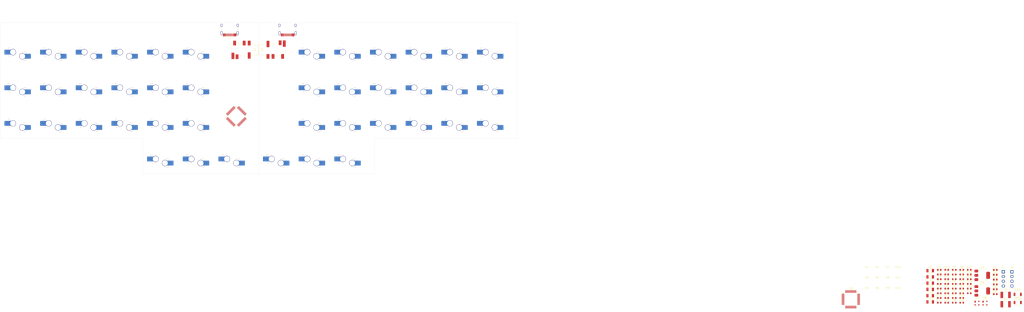
<source format=kicad_pcb>
(kicad_pcb (version 20241229) (generator "pcbnew") (generator_version "9.0")
  (layers (0 "F.Cu" signal) (2 "B.Cu" signal) (13 "F.Paste" user) (15 "B.Paste" user) (5 "F.SilkS" user "F.Silkscreen") (7 "B.SilkS" user "B.Silkscreen") (1 "F.Mask" user) (3 "B.Mask" user) (25 "Edge.Cuts" user))
  (net 0 "")
  (net 1 "GND-L")
  (net 2 "+3.3V-L")
  (net 3 "/NRST-L")
  (net 4 "GND-R")
  (net 5 "/NRST-R")
  (net 6 "+3.3V-R")
  (net 7 "VBUS")
  (net 8 "VBUS-R")
  (net 9 "Net-(D1-A)")
  (net 10 "Net-(D2-A)")
  (net 11 "Net-(D3-A)")
  (net 12 "Net-(D4-A)")
  (net 13 "Net-(D5-A)")
  (net 14 "Net-(D6-A)")
  (net 15 "/VBUSNF-L")
  (net 16 "/VBUSNF-R")
  (net 17 "SWCLK-L")
  (net 18 "SWDIO-L")
  (net 19 "RX-L")
  (net 20 "TX-L")
  (net 21 "/PFLD+")
  (net 23 "/PFLD-")
  (net 24 "/CC2_L")
  (net 26 "/CC_1_L")
  (net 27 "RX-R")
  (net 28 "TX-R")
  (net 29 "Net-(J5-CC1)")
  (net 30 "/PFRD+")
  (net 31 "/PFRD-")
  (net 33 "Net-(J5-CC2)")
  (net 35 "SWCLK-R")
  (net 36 "SWDIO-R")
  (net 37 "boot0-L")
  (net 38 "boot0-R")
  (net 39 "D+")
  (net 40 "D-")
  (net 41 "R-D+")
  (net 42 "R-D-")
  (net 43 "Net-(R11-Pad2)")
  (net 44 "L1-L")
  (net 45 "Net-(R13-Pad2)")
  (net 46 "L2-L")
  (net 47 "Net-(R15-Pad2)")
  (net 48 "L3-L")
  (net 49 "L1-R")
  (net 50 "Net-(R17-Pad2)")
  (net 51 "L2-R")
  (net 52 "Net-(R18-Pad2)")
  (net 53 "L3-R")
  (net 54 "Net-(R19-Pad2)")
  (net 55 "K_ESC")
  (net 56 "K_A")
  (net 57 "K_Q")
  (net 58 "K_Z")
  (net 59 "K_W")
  (net 60 "K_S")
  (net 61 "K_X")
  (net 62 "K_E ")
  (net 63 "K_D")
  (net 64 "K_C")
  (net 65 "K_R")
  (net 66 "K_F")
  (net 67 "K_V")
  (net 68 "K_T")
  (net 69 "K_G")
  (net 70 "K_B")
  (net 71 "K_CTRL")
  (net 72 "K_SP")
  (net 73 "K_ALT")
  (net 74 "K_SF")
  (net 75 "K_SU")
  (net 76 "K_RESC")
  (net 77 "K_O")
  (net 78 "K_L")
  (net 79 "K_>")
  (net 80 "K_P")
  (net 81 "K_:")
  (net 82 "K_?")
  (net 83 "K_Y")
  (net 84 "K_H")
  (net 85 "K_N")
  (net 86 "K_TAB")
  (net 87 "K_DEL")
  (net 91 "K_U")
  (net 92 "K_J")
  (net 93 "K_M")
  (net 94 "K_RSP")
  (net 96 "K_I")
  (net 97 "K_K")
  (net 98 "K_<")
  (net 101 "K_FN2")
  (net 102 "K_RFN2")
  (footprint "Capacitor_SMD:C_1206_3216Metric" (layer "F.Cu") (at 527.575 176.0525)
    (property "Reference" "C7")
    (property "Value" "4.7u")
  )
  (footprint "Capacitor_SMD:C_0603_1608Metric" (layer "F.Cu") (at 536.415 187.3425)
    (property "Reference" "C23")
    (property "Value" "100n")
  )
  (footprint "Connector_PinHeader_2.54mm:PinHeader_1x04_P2.54mm_Vertical" (layer "F.Cu") (at 571.235 173.3225)
    (property "Reference" "J6")
    (property "Value" "Conn_01x04_Pin")
  )
  (footprint "MountingHole:MountingHole_2mm" (layer "F.Cu") (at 504.735 173.8025)
    (property "Reference" "H7")
    (property "Value" "MountingHole")
  )
  (footprint "MountingHole:MountingHole_2mm" (layer "F.Cu") (at 510.285 173.8025)
    (property "Reference" "H10")
    (property "Value" "MountingHole")
  )
  (footprint "Resistor_SMD:R_0603_1608Metric" (layer "F.Cu") (at 544.435 184.8325)
    (property "Reference" "R14")
    (property "Value" "22")
  )
  (footprint "Package_QFP:LQFP-48_7x7mm_P0.5mm" (layer "F.Cu") (at 485.185 188.0525)
    (property "Reference" "U5")
    (property "Value" "STM32F072CBTx")
  )
  (footprint "Capacitor_SMD:C_0603_1608Metric" (layer "F.Cu") (at 536.415 184.8325)
    (property "Reference" "C22")
    (property "Value" "22u")
  )
  (footprint "PCM_marbastlib-various:USB_C_Receptacle_HRO_TYPE-C-31-M-12" (layer "F.Cu") (at 184.309375 42.5375 180)
    (property "Reference" "J5" (hide yes))
    (property "Value" "USB_C_Receptacle_USB2.0_16P" (hide yes))
  )
  (footprint "MountingHole:MountingHole_2mm" (layer "F.Cu") (at 499.185 184.9025)
    (property "Reference" "H6")
    (property "Value" "MountingHole")
  )
  (footprint "Resistor_SMD:R_0603_1608Metric" (layer "F.Cu") (at 540.425 174.7925)
    (property "Reference" "R2")
    (property "Value" "5.1k")
  )
  (footprint "Capacitor_SMD:C_0603_1608Metric" (layer "F.Cu") (at 536.415 182.3225)
    (property "Reference" "C21")
    (property "Value" "22u")
  )
  (footprint "Capacitor_SMD:C_0603_1608Metric" (layer "F.Cu") (at 532.405 177.3025)
    (property "Reference" "C3")
    (property "Value" "100n")
  )
  (footprint "Package_QFP:LQFP-48_7x7mm_P0.5mm" (layer "F.Cu") (at 156.925 90.1625 45)
    (property "Reference" "U4" (hide yes))
    (property "Value" "STM32F072CBTx" (hide yes))
  )
  (footprint "Resistor_SMD:R_0603_1608Metric" (layer "F.Cu") (at 544.435 179.8125)
    (property "Reference" "R12")
    (property "Value" "22")
  )
  (footprint "Capacitor_SMD:C_0603_1608Metric" (layer "F.Cu") (at 536.415 177.3025)
    (property "Reference" "C15")
    (property "Value" "100n")
  )
  (footprint "Capacitor_SMD:C_0603_1608Metric" (layer "F.Cu") (at 536.415 174.7925)
    (property "Reference" "C14")
    (property "Value" "100n")
  )
  (footprint "Resistor_SMD:R_0603_1608Metric" (layer "F.Cu") (at 544.435 174.7925)
    (property "Reference" "R10")
    (property "Value" "22")
  )
  (footprint "Resistor_SMD:R_0603_1608Metric" (layer "F.Cu") (at 548.445 172.2825)
    (property "Reference" "R17")
    (property "Value" "22")
  )
  (footprint "Resistor_SMD:R_0603_1608Metric" (layer "F.Cu") (at 544.435 187.3425)
    (property "Reference" "R15")
    (property "Value" "22")
  )
  (footprint "LED_SMD:LED_0603_1608Metric" (layer "F.Cu") (at 562.345 185.2725)
    (property "Reference" "D6")
    (property "Value" "LED_Small")
  )
  (footprint "Capacitor_SMD:C_0603_1608Metric" (layer "F.Cu") (at 532.405 182.3225)
    (property "Reference" "C8")
    (property "Value" "100n")
  )
  (footprint "Capacitor_SMD:C_0603_1608Metric" (layer "F.Cu") (at 536.415 189.8525)
    (property "Reference" "C24")
    (property "Value" "100n")
  )
  (footprint "Capacitor_SMD:C_0603_1608Metric" (layer "F.Cu") (at 532.405 184.8325)
    (property "Reference" "C9")
    (property "Value" "100n")
  )
  (footprint "Capacitor_SMD:C_1206_3216Metric" (layer "F.Cu") (at 527.575 189.4525)
    (property "Reference" "C20")
    (property "Value" "4.7u")
  )
  (footprint "Connector_Audio:Jack_3.5mm_PJ31060-I_Horizontal" (layer "F.Cu") (at 159.465 54.6025 -90)
    (property "Reference" "J2")
    (property "Value" "AudioJack4" (hide yes))
  )
  (footprint "Capacitor_SMD:C_1812_4532Metric" (layer "F.Cu") (at 567.875 190.6625)
    (property "Reference" "F2")
    (property "Value" "Polyfuse")
  )
  (footprint "Resistor_SMD:R_0603_1608Metric" (layer "F.Cu") (at 548.445 182.3225)
    (property "Reference" "R21")
    (property "Value" "22")
  )
  (footprint "Button_Switch_SMD:SW_SPST_B3U-1000P" (layer "F.Cu") (at 574.325 189.7625)
    (property "Reference" "SW51")
    (property "Value" "SW_Push")
  )
  (footprint "Capacitor_SMD:C_0603_1608Metric" (layer "F.Cu") (at 536.415 179.8125)
    (property "Reference" "C16")
    (property "Value" "100n")
  )
  (footprint "Capacitor_SMD:C_0603_1608Metric" (layer "F.Cu") (at 536.415 172.2825)
    (property "Reference" "C12")
    (property "Value" "22u")
  )
  (footprint "PCM_marbastlib-various:USB_C_Receptacle_HRO_TYPE-C-31-M-12" (layer "F.Cu") (at 153.353125 42.5375 180)
    (property "Reference" "J3")
    (property "Value" "USB_C_Receptacle_USB2.0_16P" (hide yes))
  )
  (footprint "Capacitor_SMD:C_0603_1608Metric" (layer "F.Cu") (at 532.405 179.8125)
    (property "Reference" "C4")
    (property "Value" "100n")
  )
  (footprint "MountingHole:MountingHole_2mm" (layer "F.Cu") (at 499.185 179.3525)
    (property "Reference" "H5")
    (property "Value" "MountingHole")
  )
  (footprint "LED_SMD:LED_0603_1608Metric" (layer "F.Cu") (at 562.345 182.6825)
    (property "Reference" "D5")
    (property "Value" "LED_Small")
  )
  (footprint "Resistor_SMD:R_0603_1608Metric" (layer "F.Cu") (at 544.435 172.2825)
    (property "Reference" "R9")
    (property "Value" "22")
  )
  (footprint "Capacitor_SMD:C_1812_4532Metric" (layer "F.Cu") (at 567.875 185.7125)
    (property "Reference" "F1")
    (property "Value" "Polyfuse")
  )
  (footprint "Resistor_SMD:R_0603_1608Metric" (layer "F.Cu") (at 540.425 189.8525)
    (property "Reference" "R8")
    (property "Value" "22")
  )
  (footprint "MountingHole:MountingHole_2mm" (layer "F.Cu") (at 493.635 173.8025)
    (property "Reference" "H1")
    (property "Value" "MountingHole")
  )
  (footprint "Resistor_SMD:R_0603_1608Metric" (layer "F.Cu") (at 544.435 182.3225)
    (property "Reference" "R13")
    (property "Value" "22")
  )
  (footprint "Capacitor_SMD:C_0603_1608Metric" (layer "F.Cu") (at 532.405 172.2825)
    (property "Reference" "C1")
    (property "Value" "100n")
  )
  (footprint "MountingHole:MountingHole_2mm" (layer "F.Cu") (at 493.635 184.9025)
    (property "Reference" "H3")
    (property "Value" "MountingHole")
  )
  (footprint "LED_SMD:LED_0603_1608Metric" (layer "F.Cu") (at 562.345 180.0925)
    (property "Reference" "D4")
    (property "Value" "LED_Small")
  )
  (footprint "Resistor_SMD:R_0603_1608Metric" (layer "F.Cu") (at 540.425 182.3225)
    (property "Reference" "R5")
    (property "Value" "5.1k")
  )
  (footprint "MountingHole:MountingHole_2mm" (layer "F.Cu") (at 510.285 184.9025)
    (property "Reference" "H12")
    (property "Value" "MountingHole")
  )
  (footprint "Capacitor_SMD:C_0603_1608Metric" (layer "F.Cu") (at 532.405 187.3425)
    (property "Reference" "C10")
    (property "Value" "100n")
  )
  (footprint "Resistor_SMD:R_0603_1608Metric" (layer "F.Cu") (at 540.425 179.8125)
    (property "Reference" "R4")
    (property "Value" "5.1k")
  )
  (footprint "Button_Switch_SMD:SW_SPST_B3U-1000P" (layer "F.Cu") (at 574.325 185.4125)
    (property "Reference" "SW1")
    (property "Value" "SW_Push")
  )
  (footprint "Resistor_SMD:R_0603_1608Metric" (layer "F.Cu") (at 540.425 172.2825)
    (property "Reference" "R1")
    (property "Value" "10k")
  )
  (footprint "Capacitor_SMD:C_1206_3216Metric" (layer "F.Cu") (at 527.575 179.4025)
    (property "Reference" "C13")
    (property "Value" "4.7u")
  )
  (footprint "LED_SMD:LED_0603_1608Metric" (layer "F.Cu") (at 562.345 174.9125)
    (property "Reference" "D2")
    (property "Value" "LED_Small")
  )
  (footprint "MountingHole:MountingHole_2mm" (layer "F.Cu") (at 504.735 184.9025)
    (property "Reference" "H9")
    (property "Value" "MountingHole")
  )
  (footprint "Resistor_SMD:R_0603_1608Metric" (layer "F.Cu") (at 544.435 177.3025)
    (property "Reference" "R11")
    (property "Value" "22")
  )
  (footprint "MountingHole:MountingHole_2mm" (layer "F.Cu") (at 499.185 173.8025)
    (property "Reference" "H4")
    (property "Value" "MountingHole")
  )
  (footprint "Resistor_SMD:R_0603_1608Metric" (layer "F.Cu") (at 548.445 179.8125)
    (property "Reference" "R20")
    (property "Value" "22")
  )
  (footprint "Capacitor_SMD:C_0603_1608Metric" (layer "F.Cu") (at 532.405 189.8525)
    (property "Reference" "C11")
    (property "Value" "22u")
  )
  (footprint "Resistor_SMD:R_0603_1608Metric" (layer "F.Cu") (at 544.435 189.8525)
    (property "Reference" "R16")
    (property "Value" "22")
  )
  (footprint "MountingHole:MountingHole_2mm" (layer "F.Cu") (at 493.635 179.3525)
    (property "Reference" "H2")
    (property "Value" "MountingHole")
  )
  (footprint "Package_TO_SOT_SMD:SOT-223-3_TabPin2" (layer "F.Cu") (at 555.375 183.5525)
    (property "Reference" "U6")
    (property "Value" "AMS1117-3.3")
  )
  (footprint "Capacitor_SMD:C_1206_3216Metric" (layer "F.Cu") (at 527.575 172.7025)
    (property "Reference" "C6")
    (property "Value" "4.7u")
  )
  (footprint "Connector_PinHeader_2.54mm:PinHeader_1x04_P2.54mm_Vertical" (layer "F.Cu") (at 566.645 173.3225)
    (property "Reference" "J1")
    (property "Value" "Conn_01x04_Pin")
  )
  (footprint "Package_TO_SOT_SMD:SOT-143" (layer "F.Cu") (at 556.825 190.0775)
    (property "Reference" "D8")
    (property "Value" "PRTR5V0U2X")
  )
  (footprint "LED_SMD:LED_0603_1608Metric" (layer "F.Cu") (at 562.345 177.5025)
    (property "Reference" "D3")
    (property "Value" "LED_Small")
  )
  (footprint "MountingHole:MountingHole_2mm" (layer "F.Cu") (at 504.735 179.3525)
    (property "Reference" "H8")
    (property "Value" "MountingHole")
  )
  (footprint "Connector_Audio:Jack_3.5mm_PJ31060-I_Horizontal" (layer "F.Cu") (at 178.1975 54.44375 90)
    (property "Reference" "J4")
    (property "Value" "AudioJack4" (hide yes))
  )
  (footprint "Capacitor_SMD:C_1206_3216Metric" (layer "F.Cu") (at 527.575 186.1025)
    (property "Reference" "C19")
    (property "Value" "4.7u")
  )
  (footprint "Resistor_SMD:R_0603_1608Metric" (layer "F.Cu") (at 548.445 174.7925)
    (property "Reference" "R18")
    (property "Value" "22")
  )
  (footprint "Resistor_SMD:R_0603_1608Metric" (layer "F.Cu") (at 540.425 184.8325)
    (property "Reference" "R6")
    (property "Value" "10k")
  )
  (footprint "LED_SMD:LED_0603_1608Metric" (layer "F.Cu") (at 562.345 172.3225)
    (property "Reference" "D1")
    (property "Value" "LED_Small")
  )
  (footprint "Resistor_SMD:R_0603_1608Metric" (layer "F.Cu") (at 548.445 177.3025)
    (property "Reference" "R19")
    (property "Value" "22")
  )
  (footprint "MountingHole:MountingHole_2mm" (layer "F.Cu") (at 510.285 179.3525)
    (property "Reference" "H11")
    (property "Value" "MountingHole")
  )
  (footprint "Capacitor_SMD:C_0603_1608Metric" (layer "F.Cu") (at 532.405 174.7925)
    (property "Reference" "C2")
    (property "Value" "100n")
  )
  (footprint "Package_TO_SOT_SMD:SOT-143" (layer "F.Cu") (at 552.575 190.0775)
    (property "Reference" "D7")
    (property "Value" "PRTR5V0U2X")
  )
  (footprint "Resistor_SMD:R_0603_1608Metric" (layer "F.Cu") (at 540.425 177.3025)
    (property "Reference" "R3")
    (property "Value" "5.1k")
  )
  (footprint "Resistor_SMD:R_0603_1608Metric" (layer "F.Cu") (at 540.425 187.3425)
    (property "Reference" "R7")
    (property "Value" "22")
  )
  (footprint "Package_TO_SOT_SMD:SOT-223-3_TabPin2" (layer "F.Cu") (at 555.375 175.2275)
    (property "Reference" "U2")
    (property "Value" "AMS1117-3.3")
  )
  (footprint "Resistor_SMD:R_0603_1608Metric" (layer "F.Cu") (at 548.445 184.8325)
    (property "Reference" "R22")
    (property "Value" "22")
  )
  (footprint "Capacitor_SMD:C_1206_3216Metric" (layer "F.Cu") (at 527.575 182.7525)
    (property "Reference" "C18")
    (property "Value" "4.7u")
  )
  (footprint "PCM_marbastlib-choc:SW_choc_v1_HS_CPG135001S30_1u" (layer "B.Cu") (at 295.0375 71.1125 180)
    (property "Reference" "SW26" (hide yes))
    (property "Value" "SW_Push_45deg" (hide yes))
  )
  (footprint "PCM_marbastlib-choc:SW_choc_v1_HS_CPG135001S30_1u" (layer "B.Cu") (at 118.825 90.1625 180)
    (property "Reference" "SW15" (hide yes))
    (property "Value" "SW_Push_45deg" (hide yes))
  )
  (footprint "PCM_marbastlib-choc:SW_choc_v1_HS_CPG135001S30_1u" (layer "B.Cu") (at 199.7875 109.2125 180)
    (property "Reference" "SW42" (hide yes))
    (property "Value" "SW_Push_45deg" (hide yes))
  )
  (footprint "PCM_marbastlib-choc:SW_choc_v1_HS_CPG135001S30_1u" (layer "B.Cu") (at 99.775 71.1125 180)
    (property "Reference" "SW11" (hide yes))
    (property "Value" "SW_Push_45deg" (hide yes))
  )
  (footprint "PCM_marbastlib-choc:SW_choc_v1_HS_CPG135001S30_1u" (layer "B.Cu") (at 295.0375 52.0625 180)
    (property "Reference" "SW22" (hide yes))
    (property "Value" "SW_Push_45deg" (hide yes))
  )
  (footprint "PCM_marbastlib-choc:SW_choc_v1_HS_CPG135001S30_1u" (layer "B.Cu") (at 199.7875 52.0625 180)
    (property "Reference" "SW33" (hide yes))
    (property "Value" "SW_Push_45deg" (hide yes))
  )
  (footprint "PCM_marbastlib-choc:SW_choc_v1_HS_CPG135001S30_1u" (layer "B.Cu") (at 61.675 71.1125 180)
    (property "Reference" "SW4" (hide yes))
    (property "Value" "SW_Push_45deg" (hide yes))
  )
  (footprint "PCM_marbastlib-choc:SW_choc_v1_HS_CPG135001S30_1u" (layer "B.Cu") (at 275.9875 52.0625 180)
    (property "Reference" "SW30" (hide yes))
    (property "Value" "SW_Push_45deg" (hide yes))
  )
  (footprint "PCM_marbastlib-choc:SW_choc_v1_HS_CPG135001S30_1u" (layer "B.Cu") (at 256.9375 52.0625 180)
    (property "Reference" "SW27" (hide yes))
    (property "Value" "SW_Push_45deg" (hide yes))
  )
  (footprint "PCM_marbastlib-choc:SW_choc_v1_HS_CPG135001S30_1u" (layer "B.Cu") (at 256.9375 71.1125 180)
    (property "Reference" "SW28" (hide yes))
    (property "Value" "SW_Push_45deg" (hide yes))
  )
  (footprint "PCM_marbastlib-choc:SW_choc_v1_HS_CPG135001S30_1u" (layer "B.Cu") (at 218.8375 71.1125 180)
    (property "Reference" "SW40" (hide yes))
    (property "Value" "SW_Push_45deg" (hide yes))
  )
  (footprint "PCM_marbastlib-choc:SW_choc_v1_HS_CPG135001S30_1u" (layer "B.Cu") (at 137.875 109.2125 180)
    (property "Reference" "SW20" (hide yes))
    (property "Value" "SW_Push_45deg" (hide yes))
  )
  (footprint "PCM_marbastlib-choc:SW_choc_v1_HS_CPG135001S30_1u" (layer "B.Cu") (at 237.8875 71.1125 180)
    (property "Reference" "SW45" (hide yes))
    (property "Value" "SW_Push_45deg" (hide yes))
  )
  (footprint "PCM_marbastlib-choc:SW_choc_v1_HS_CPG135001S30_1u" (layer "B.Cu") (at 99.775 90.1625 180)
    (property "Reference" "SW12" (hide yes))
    (property "Value" "SW_Push_45deg" (hide yes))
  )
  (footprint "PCM_marbastlib-choc:SW_choc_v1_HS_CPG135001S30_1u" (layer "B.Cu") (at 156.925 109.2125 180)
    (property "Reference" "SW21" (hide yes))
    (property "Value" "SW_Push_45deg" (hide yes))
  )
  (footprint "PCM_marbastlib-choc:SW_choc_v1_HS_CPG135001S30_1u" (layer "B.Cu") (at 80.725 71.1125 180)
    (property "Reference" "SW8" (hide yes))
    (property "Value" "SW_Push_45deg" (hide yes))
  )
  (footprint "PCM_marbastlib-choc:SW_choc_v1_HS_CPG135001S30_1u" (layer "B.Cu") (at 42.625 90.1625 180)
    (property "Reference" "SW49" (hide yes))
    (property "Value" "SW_Push_45deg" (hide yes))
  )
  (footprint "PCM_marbastlib-choc:SW_choc_v1_HS_CPG135001S30_1u" (layer "B.Cu") (at 218.8375 109.2125 180)
    (property "Reference" "SW48" (hide yes))
    (property "Value" "SW_Push_45deg" (hide yes))
  )
  (footprint "PCM_marbastlib-choc:SW_choc_v1_HS_CPG135001S30_1u" (layer "B.Cu") (at 118.825 52.0625 180)
    (property "Reference" "SW13" (hide yes))
    (property "Value" "SW_Push_45deg" (hide yes))
  )
  (footprint "PCM_marbastlib-choc:SW_choc_v1_HS_CPG135001S30_1u" (layer "B.Cu") (at 42.625 71.1125 180)
    (property "Reference" "SW3" (hide yes))
    (property "Value" "SW_Push_45deg" (hide yes))
  )
  (footprint "PCM_marbastlib-choc:SW_choc_v1_HS_CPG135001S30_1u" (layer "B.Cu") (at 137.875 71.1125 180)
    (property "Reference" "SW17" (hide yes))
    (property "Value" "SW_Push_45deg" (hide yes))
  )
  (footprint "PCM_marbastlib-choc:SW_choc_v1_HS_CPG135001S30_1u" (layer "B.Cu") (at 199.7875 71.1125 180)
    (property "Reference" "SW34" (hide yes))
    (property "Value" "SW_Push_45deg" (hide yes))
  )
  (footprint "PCM_marbastlib-choc:SW_choc_v1_HS_CPG135001S30_1u" (layer "B.Cu") (at 199.7875 90.1625 180)
    (property "Reference" "SW35" (hide yes))
    (property "Value" "SW_Push_45deg" (hide yes))
  )
  (footprint "PCM_marbastlib-choc:SW_choc_v1_HS_CPG135001S30_1u" (layer "B.Cu") (at 295.0375 90.1625 180)
    (property "Reference" "SW50" (hide yes))
    (property "Value" "SW_Push_45deg" (hide yes))
  )
  (footprint "PCM_marbastlib-choc:SW_choc_v1_HS_CPG135001S30_1u" (layer "B.Cu") (at 275.9875 90.1625 180)
    (property "Reference" "SW32" (hide yes))
    (property "Value" "SW_Push_45deg" (hide yes))
  )
  (footprint "PCM_marbastlib-choc:SW_choc_v1_HS_CPG135001S30_1u" (layer "B.Cu") (at 256.9375 90.1625 180)
    (property "Reference" "SW29" (hide yes))
    (property "Value" "SW_Push_45deg" (hide yes))
  )
  (footprint "PCM_marbastlib-choc:SW_choc_v1_HS_CPG135001S30_1u" (layer "B.Cu") (at 118.825 109.2125 180)
    (property "Reference" "SW19" (hide yes))
    (property "Value" "SW_Push_45deg" (hide yes))
  )
  (footprint "PCM_marbastlib-choc:SW_choc_v1_HS_CPG135001S30_1u" (layer "B.Cu") (at 99.775 52.0625 180)
    (property "Reference" "SW10" (hide yes))
    (property "Value" "SW_Push_45deg" (hide yes))
  )
  (footprint "PCM_marbastlib-choc:SW_choc_v1_HS_CPG135001S30_1u" (layer "B.Cu") (at 137.875 90.1625 180)
    (property "Reference" "SW18" (hide yes))
    (property "Value" "SW_Push_45deg" (hide yes))
  )
  (footprint "PCM_marbastlib-choc:SW_choc_v1_HS_CPG135001S30_1u" (layer "B.Cu") (at 118.825 71.1125 180)
    (property "Reference" "SW14" (hide yes))
    (property "Value" "SW_Push_45deg" (hide yes))
  )
  (footprint "PCM_marbastlib-choc:SW_choc_v1_HS_CPG135001S30_1u" (layer "B.Cu") (at 218.8375 90.1625 180)
    (property "Reference" "SW41" (hide yes))
    (property "Value" "SW_Push_45deg" (hide yes))
  )
  (footprint "PCM_marbastlib-choc:SW_choc_v1_HS_CPG135001S30_1u" (layer "B.Cu") (at 237.8875 90.1625 180)
    (property "Reference" "SW46" (hide yes))
    (property "Value" "SW_Push_45deg" (hide yes))
  )
  (footprint "PCM_marbastlib-choc:SW_choc_v1_HS_CPG135001S30_1u" (layer "B.Cu") (at 42.625 52.0625 180)
    (property "Reference" "SW2" (hide yes))
    (property "Value" "SW_Push_45deg" (hide yes))
  )
  (footprint "PCM_marbastlib-choc:SW_choc_v1_HS_CPG135001S30_1u" (layer "B.Cu") (at 180.7375 109.2125 180)
    (property "Reference" "SW43" (hide yes))
    (property "Value" "SW_Push_45deg" (hide yes))
  )
  (footprint "PCM_marbastlib-choc:SW_choc_v1_HS_CPG135001S30_1u" (layer "B.Cu") (at 275.9875 71.1125 180)
    (property "Reference" "SW31" (hide yes))
    (property "Value" "SW_Push_45deg" (hide yes))
  )
  (footprint "PCM_marbastlib-choc:SW_choc_v1_HS_CPG135001S30_1u" (layer "B.Cu") (at 61.675 90.1625 180)
    (property "Reference" "SW6" (hide yes))
    (property "Value" "SW_Push_45deg" (hide yes))
  )
  (footprint "PCM_marbastlib-choc:SW_choc_v1_HS_CPG135001S30_1u" (layer "B.Cu") (at 61.675 52.0625 180)
    (property "Reference" "SW5" (hide yes))
    (property "Value" "SW_Push_45deg" (hide yes))
  )
  (footprint "PCM_marbastlib-choc:SW_choc_v1_HS_CPG135001S30_1u" (layer "B.Cu") (at 80.725 90.1625 180)
    (property "Reference" "SW9" (hide yes))
    (property "Value" "SW_Push_45deg" (hide yes))
  )
  (footprint "PCM_marbastlib-choc:SW_choc_v1_HS_CPG135001S30_1u" (layer "B.Cu") (at 80.725 52.0625 180)
    (property "Reference" "SW7" (hide yes))
    (property "Value" "SW_Push_45deg" (hide yes))
  )
  (footprint "PCM_marbastlib-choc:SW_choc_v1_HS_CPG135001S30_1u" (layer "B.Cu") (at 237.8875 52.0625 180)
    (property "Reference" "SW44" (hide yes))
    (property "Value" "SW_Push_45deg" (hide yes))
  )
  (footprint "PCM_marbastlib-choc:SW_choc_v1_HS_CPG135001S30_1u" (layer "B.Cu") (at 218.8375 52.0625 180)
    (property "Reference" "SW39" (hide yes))
    (property "Value" "SW_Push_45deg" (hide yes))
  )
  (footprint "PCM_marbastlib-choc:SW_choc_v1_HS_CPG135001S30_1u" (layer "B.Cu") (at 137.875 52.0625 180)
    (property "Reference" "SW16" (hide yes))
    (property "Value" "SW_Push_45deg" (hide yes))
  )
  (gr_line (start 306.94375 102.06875) (end 230.74375 102.06875) (stroke (width 0.05)) (layer "Edge.Cuts"))
  (gr_line (start 168.83125 121.11875) (end 168.83125 40.15625) (stroke (width 0.05)) (layer "Edge.Cuts"))
  (gr_line (start 106.91875 121.11875) (end 106.91875 102.06875) (stroke (width 0.05)) (layer "Edge.Cuts"))
  (gr_line (start 230.74375 121.11875) (end 106.91875 121.11875) (stroke (width 0.05)) (layer "Edge.Cuts"))
  (gr_line (start 106.91875 102.06875) (end 30.71875 102.06875) (stroke (width 0.05)) (layer "Edge.Cuts"))
  (gr_line (start 306.94375 40.15625) (end 306.94375 102.06875) (stroke (width 0.05)) (layer "Edge.Cuts"))
  (gr_line (start 30.71875 40.15625) (end 306.94375 40.15625) (stroke (width 0.05)) (layer "Edge.Cuts"))
  (gr_line (start 230.74375 102.06875) (end 230.74375 121.11875) (stroke (width 0.05)) (layer "Edge.Cuts"))
  (gr_line (start 30.71875 102.06875) (end 30.71875 40.15625) (stroke (width 0.05)) (layer "Edge.Cuts"))
)
</source>
